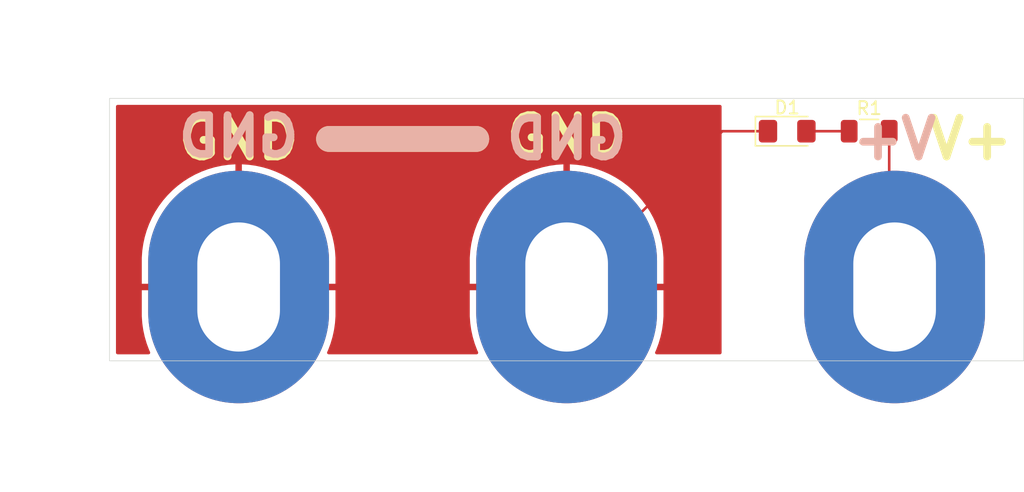
<source format=kicad_pcb>
(kicad_pcb (version 20241229) (generator "pcbnew") (generator_version "9.0")
  (layers (0 "F.Cu" signal) (2 "B.Cu" signal) (13 "F.Paste" user) (15 "B.Paste" user) (5 "F.SilkS" user "F.Silkscreen") (7 "B.SilkS" user "B.Silkscreen") (1 "F.Mask" user) (3 "B.Mask" user) (25 "Edge.Cuts" user))
  (net 0 "")
  (net 1 "Net-(D1-A)")
  (net 2 "Net-(J1-Pin_1)")
  (net 3 "GND")
  (footprint "00-footprint-lib:Bench_Supply_Slot_D6.4mm_L10mm" (layer "F.Cu") (at 165.8 88.265)
    (property "Reference" "J1" (hide yes))
    (property "Value" "Screw_Terminal_01x01")
    (pad "1" thru_hole oval (at 0 0) (size 14 18) (drill oval 6.4 10) (layers "*.Cu" "*.Mask") (net 2 "Net-(J1-Pin_1)"))
  )
  (footprint "00-footprint-lib:Bench_Supply_Slot_D6.4mm_L10mm" (layer "F.Cu") (at 115 88.265)
    (property "Reference" "J3" (hide yes))
    (property "Value" "Screw_Terminal_01x01")
    (pad "1" thru_hole oval (at 0 0) (size 14 18) (drill oval 6.4 10) (layers "*.Cu" "*.Mask") (net 3 "GND"))
  )
  (footprint "Resistor_SMD:R_1206_3216Metric_Pad1.30x1.75mm_HandSolder" (layer "F.Cu") (at 163.83 76.2 180)
    (property "Reference" "R1" (at 0 1.778 180) (layer "F.SilkS"))
    (property "Value" "10k")
    (fp_line (start -0.727064 0.91) (end 0.727064 0.91) (stroke (width 0.12)) (layer "F.SilkS"))
    (fp_line (start -0.727064 -0.91) (end 0.727064 -0.91) (stroke (width 0.12)) (layer "F.SilkS"))
    (pad "1" smd roundrect (at -1.55 0 180) (size 1.3 1.75) (layers "F.Cu" "F.Mask" "F.Paste") (roundrect_rratio 0.192308) (net 2 "Net-(J1-Pin_1)"))
    (pad "2" smd roundrect (at 1.55 0 180) (size 1.3 1.75) (layers "F.Cu" "F.Mask" "F.Paste") (roundrect_rratio 0.192308) (net 1 "Net-(D1-A)"))
  )
  (footprint "00-footprint-lib:Bench_Supply_Slot_D6.4mm_L10mm" (layer "F.Cu") (at 140.4 88.265)
    (property "Reference" "J2" (hide yes))
    (property "Value" "Screw_Terminal_01x01")
    (pad "1" thru_hole oval (at 0 0) (size 14 18) (drill oval 6.4 10) (layers "*.Cu" "*.Mask") (net 3 "GND"))
  )
  (footprint "LED_SMD:LED_1206_3216Metric_Pad1.42x1.75mm_HandSolder" (layer "F.Cu") (at 157.48 76.2)
    (property "Reference" "D1" (at 0 -1.83 0) (layer "F.SilkS"))
    (property "Value" "LED")
    (fp_line (start -2.46 -1.135) (end -2.46 1.135) (stroke (width 0.12)) (layer "F.SilkS"))
    (fp_line (start -2.46 1.135) (end 1.6 1.135) (stroke (width 0.12)) (layer "F.SilkS"))
    (fp_line (start 1.6 -1.135) (end -2.46 -1.135) (stroke (width 0.12)) (layer "F.SilkS"))
    (pad "1" smd roundrect (at -1.4875 0) (size 1.425 1.75) (layers "F.Cu" "F.Mask" "F.Paste") (roundrect_rratio 0.175439) (net 3 "GND"))
    (pad "2" smd roundrect (at 1.4875 0) (size 1.425 1.75) (layers "F.Cu" "F.Mask" "F.Paste") (roundrect_rratio 0.175439) (net 1 "Net-(D1-A)"))
  )
  (gr_line (start 122 76.8) (end 133.4 76.8) (stroke (width 2)) (layer "F.SilkS"))
  (gr_line (start 133.4 76.8) (end 122 76.8) (stroke (width 2)) (layer "B.SilkS"))
  (gr_rect (start 105 73.66) (end 175.8 93.98) (stroke (width 0.05)) (fill no) (layer "Edge.Cuts"))
  (gr_text "V+" (at 171.68 76.8 0) (layer "F.SilkS") (effects (font (size 3 3) (thickness 0.6) (bold yes))))
  (gr_text "GND" (at 140.4 76.6 0) (layer "F.SilkS") (effects (font (size 3 3) (thickness 0.6) (bold yes))))
  (gr_text "GND" (at 115 76.8 0) (layer "F.SilkS") (effects (font (size 3 3) (thickness 0.6) (bold yes))))
  (gr_text "V+" (at 165.8 76.8 0) (layer "B.SilkS") (effects (font (size 3 3) (thickness 0.6) (bold yes)) (justify mirror)))
  (gr_text "GND" (at 140.4 76.8 -0) (layer "B.SilkS") (effects (font (size 3 3) (thickness 0.6) (bold yes)) (justify mirror)))
  (gr_text "GND" (at 115 76.6 -0) (layer "B.SilkS") (effects (font (size 3 3) (thickness 0.6) (bold yes)) (justify mirror)))
  (segment (start 162.28 76.2) (end 158.9675 76.2) (width 0.2) (layer "F.Cu") (net 1))
  (segment (start 165.38 87.845) (end 165.8 88.265) (width 0.2) (layer "F.Cu") (net 2))
  (segment (start 165.38 76.2) (end 165.38 87.845) (width 0.2) (layer "F.Cu") (net 2))
  (segment (start 140.4 88.265) (end 152.465 76.2) (width 0.2) (layer "F.Cu") (net 3))
  (segment (start 152.465 76.2) (end 155.9925 76.2) (width 0.2) (layer "F.Cu") (net 3))
  (zone (net 3) (net_name "GND") (layer "F.Cu") (connect_pads (clearance 0.5)) (min_thickness 0.25) (fill yes (thermal_gap 0.5) (thermal_bridge_width 0.5))
    (polygon (pts (xy 101.6 66.04) (xy 152.4 66.04) (xy 152.4 104.14) (xy 96.52 101.6)))
  )
)
</source>
